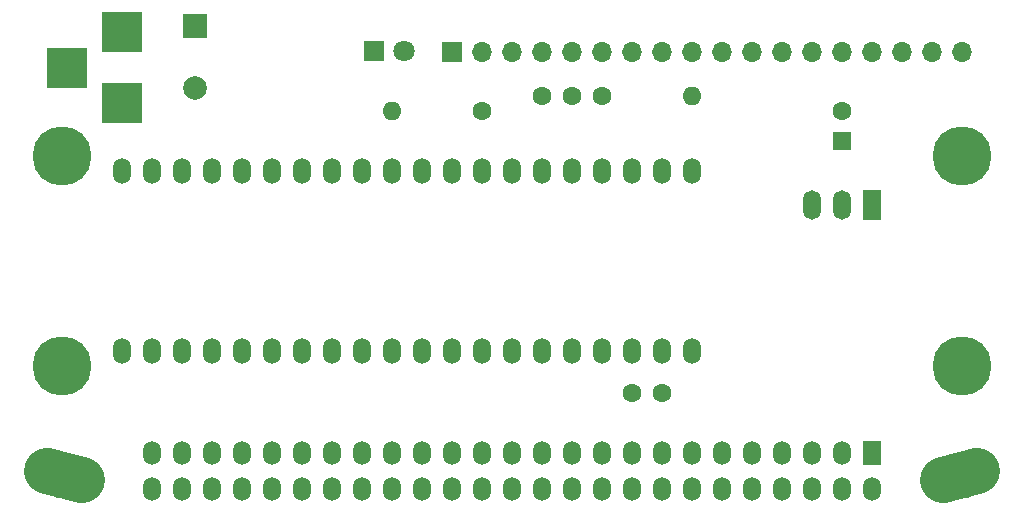
<source format=gbr>
G04 #@! TF.GenerationSoftware,KiCad,Pcbnew,(5.0.0-rc3-dev)*
G04 #@! TF.CreationDate,2019-01-29T23:40:13+01:00*
G04 #@! TF.ProjectId,Lawo 28x13,4C61776F2032387831332E6B69636164,0.12*
G04 #@! TF.SameCoordinates,Original*
G04 #@! TF.FileFunction,Soldermask,Top*
G04 #@! TF.FilePolarity,Negative*
%FSLAX46Y46*%
G04 Gerber Fmt 4.6, Leading zero omitted, Abs format (unit mm)*
G04 Created by KiCad (PCBNEW (5.0.0-rc3-dev)) date 2019 January 29, Tuesday 23:40:13*
%MOMM*%
%LPD*%
G01*
G04 APERTURE LIST*
%ADD10C,1.600000*%
%ADD11O,1.600000X1.600000*%
%ADD12O,1.501140X2.199640*%
%ADD13R,2.000000X2.000000*%
%ADD14C,2.000000*%
%ADD15C,3.900000*%
%ADD16C,3.900000*%
%ADD17O,1.500000X2.000000*%
%ADD18R,1.500000X2.000000*%
%ADD19C,5.000000*%
%ADD20R,3.500120X3.500120*%
%ADD21R,1.600000X1.600000*%
%ADD22O,1.700000X1.700000*%
%ADD23R,1.700000X1.700000*%
%ADD24C,1.800000*%
%ADD25R,1.800000X1.800000*%
%ADD26O,1.500000X2.500000*%
%ADD27R,1.500000X2.500000*%
G04 APERTURE END LIST*
D10*
G04 #@! TO.C,R2*
X144780000Y-99060000D03*
D11*
X137160000Y-99060000D03*
G04 #@! TD*
D12*
G04 #@! TO.C,IC1*
X114300000Y-104140000D03*
X116840000Y-104140000D03*
X119380000Y-104140000D03*
X121920000Y-104140000D03*
X124460000Y-104140000D03*
X127000000Y-104140000D03*
X129540000Y-104140000D03*
X132080000Y-104140000D03*
X134620000Y-104140000D03*
X137160000Y-104140000D03*
X139700000Y-104140000D03*
X142240000Y-104140000D03*
X144780000Y-104140000D03*
X147320000Y-104140000D03*
X149860000Y-104140000D03*
X152400000Y-104140000D03*
X154940000Y-104140000D03*
X157480000Y-104140000D03*
X160020000Y-104140000D03*
X162560000Y-104140000D03*
X162560000Y-119380000D03*
X160020000Y-119380000D03*
X157480000Y-119380000D03*
X154940000Y-119380000D03*
X152400000Y-119380000D03*
X149860000Y-119380000D03*
X147320000Y-119380000D03*
X144780000Y-119380000D03*
X142240000Y-119380000D03*
X139700000Y-119380000D03*
X137160000Y-119380000D03*
X134620000Y-119380000D03*
X132080000Y-119380000D03*
X129540000Y-119380000D03*
X127000000Y-119380000D03*
X124460000Y-119380000D03*
X121920000Y-119380000D03*
X119380000Y-119380000D03*
X116840000Y-119380000D03*
X114300000Y-119380000D03*
G04 #@! TD*
D13*
G04 #@! TO.C,PWR_SW1*
X120500000Y-91838000D03*
D14*
X120500000Y-97138000D03*
G04 #@! TD*
D15*
G04 #@! TO.C,I1*
X185216800Y-129921000D03*
D16*
X183758858Y-130273713D02*
X186674742Y-129568287D01*
D15*
X109423200Y-129921000D03*
D16*
X110881142Y-130273713D02*
X107965258Y-129568287D01*
D17*
X127000000Y-131060000D03*
X127000000Y-128020000D03*
X124460000Y-128020000D03*
X124460000Y-131060000D03*
X121920000Y-131060000D03*
X121920000Y-128020000D03*
X116840000Y-128020000D03*
X116840000Y-131060000D03*
X119380000Y-131060000D03*
X119380000Y-128020000D03*
X132080000Y-128020000D03*
X132080000Y-131060000D03*
X129540000Y-131060000D03*
X129540000Y-128020000D03*
X134620000Y-128020000D03*
X134620000Y-131060000D03*
X137160000Y-131060000D03*
X137160000Y-128020000D03*
X139700000Y-128020000D03*
X139700000Y-131060000D03*
X144780000Y-128020000D03*
X144780000Y-131060000D03*
X142240000Y-131060000D03*
X142240000Y-128020000D03*
X147320000Y-128020000D03*
X147320000Y-131060000D03*
X149860000Y-131060000D03*
X149860000Y-128020000D03*
X152400000Y-128020000D03*
X152400000Y-131060000D03*
X154940000Y-131060000D03*
X154940000Y-128020000D03*
X157480000Y-128020000D03*
X157480000Y-131060000D03*
X160020000Y-131060000D03*
X160020000Y-128020000D03*
X162560000Y-128020000D03*
X162560000Y-131060000D03*
X165100000Y-131060000D03*
X165100000Y-128020000D03*
X167640000Y-128020000D03*
X167640000Y-131060000D03*
X170180000Y-131060000D03*
X170180000Y-128020000D03*
D18*
X177800000Y-128020000D03*
D17*
X177800000Y-131060000D03*
X175260000Y-128020000D03*
X175260000Y-131060000D03*
X172720000Y-128020000D03*
X172720000Y-131060000D03*
G04 #@! TD*
D19*
G04 #@! TO.C,MTH4*
X109220000Y-120650000D03*
G04 #@! TD*
G04 #@! TO.C,MTH2*
X185420000Y-102870000D03*
G04 #@! TD*
G04 #@! TO.C,MTH3*
X185420000Y-120650000D03*
G04 #@! TD*
G04 #@! TO.C,MTH1*
X109220000Y-102870000D03*
G04 #@! TD*
D20*
G04 #@! TO.C,PWR1*
X114300000Y-98402140D03*
X114300000Y-92402660D03*
X109601000Y-95402400D03*
G04 #@! TD*
D10*
G04 #@! TO.C,C1*
X149860000Y-97790000D03*
X152360000Y-97790000D03*
G04 #@! TD*
G04 #@! TO.C,C2*
X175260000Y-99100000D03*
D21*
X175260000Y-101600000D03*
G04 #@! TD*
D10*
G04 #@! TO.C,C3*
X159980000Y-122936000D03*
X157480000Y-122936000D03*
G04 #@! TD*
D22*
G04 #@! TO.C,I2*
X185420000Y-94043500D03*
X182880000Y-94043500D03*
X180340000Y-94043500D03*
X177800000Y-94043500D03*
X175260000Y-94043500D03*
X172720000Y-94043500D03*
X170180000Y-94043500D03*
X167640000Y-94043500D03*
X165100000Y-94043500D03*
X162560000Y-94043500D03*
X160020000Y-94043500D03*
X157480000Y-94043500D03*
X154940000Y-94043500D03*
X152400000Y-94043500D03*
X149860000Y-94043500D03*
X147320000Y-94043500D03*
X144780000Y-94043500D03*
D23*
X142240000Y-94043500D03*
G04 #@! TD*
D24*
G04 #@! TO.C,LED1*
X138176000Y-93980000D03*
D25*
X135636000Y-93980000D03*
G04 #@! TD*
D11*
G04 #@! TO.C,R1*
X162560000Y-97790000D03*
D10*
X154940000Y-97790000D03*
G04 #@! TD*
D26*
G04 #@! TO.C,U1*
X172720000Y-107039000D03*
X175260000Y-107039000D03*
D27*
X177800000Y-107039000D03*
G04 #@! TD*
M02*

</source>
